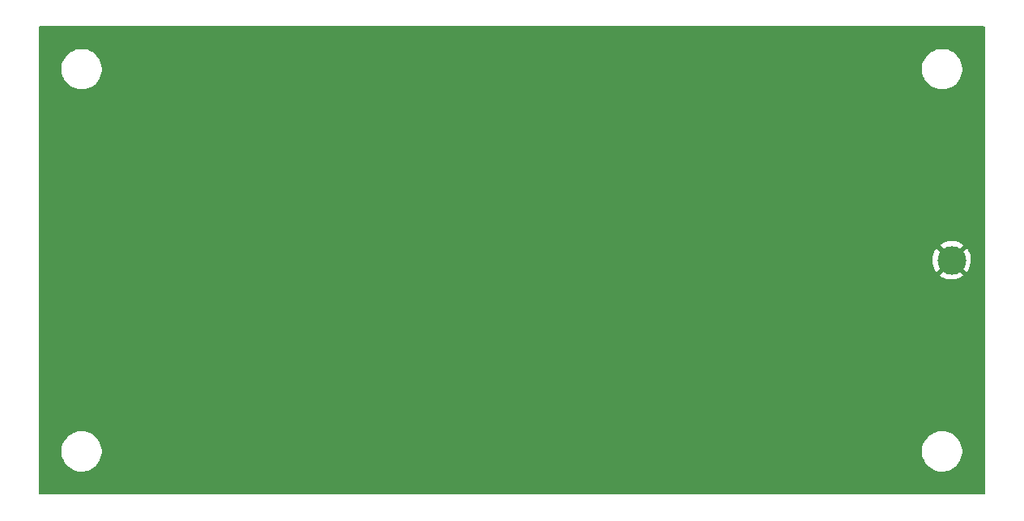
<source format=gbl>
G04 #@! TF.GenerationSoftware,KiCad,Pcbnew,(6.0.10-0)*
G04 #@! TF.CreationDate,2023-01-23T10:06:28+00:00*
G04 #@! TF.ProjectId,Max50x100Plate,4d617835-3078-4313-9030-506c6174652e,rev?*
G04 #@! TF.SameCoordinates,Original*
G04 #@! TF.FileFunction,Copper,L2,Bot*
G04 #@! TF.FilePolarity,Positive*
%FSLAX46Y46*%
G04 Gerber Fmt 4.6, Leading zero omitted, Abs format (unit mm)*
G04 Created by KiCad (PCBNEW (6.0.10-0)) date 2023-01-23 10:06:28*
%MOMM*%
%LPD*%
G01*
G04 APERTURE LIST*
G04 #@! TA.AperFunction,ComponentPad*
%ADD10C,3.000000*%
G04 #@! TD*
G04 APERTURE END LIST*
D10*
X196000000Y-125000000D03*
G04 #@! TA.AperFunction,Conductor*
G36*
X199433621Y-100528502D02*
G01*
X199480114Y-100582158D01*
X199491500Y-100634500D01*
X199491500Y-149365500D01*
X199471498Y-149433621D01*
X199417842Y-149480114D01*
X199365500Y-149491500D01*
X100634500Y-149491500D01*
X100566379Y-149471498D01*
X100519886Y-149417842D01*
X100508500Y-149365500D01*
X100508500Y-145132703D01*
X102890743Y-145132703D01*
X102928268Y-145417734D01*
X103004129Y-145695036D01*
X103116923Y-145959476D01*
X103264561Y-146206161D01*
X103444313Y-146430528D01*
X103652851Y-146628423D01*
X103886317Y-146796186D01*
X103890112Y-146798195D01*
X103890113Y-146798196D01*
X103911869Y-146809715D01*
X104140392Y-146930712D01*
X104410373Y-147029511D01*
X104691264Y-147090755D01*
X104719841Y-147093004D01*
X104914282Y-147108307D01*
X104914291Y-147108307D01*
X104916739Y-147108500D01*
X105072271Y-147108500D01*
X105074407Y-147108354D01*
X105074418Y-147108354D01*
X105282548Y-147094165D01*
X105282554Y-147094164D01*
X105286825Y-147093873D01*
X105291020Y-147093004D01*
X105291022Y-147093004D01*
X105427584Y-147064723D01*
X105568342Y-147035574D01*
X105839343Y-146939607D01*
X106094812Y-146807750D01*
X106098313Y-146805289D01*
X106098317Y-146805287D01*
X106212418Y-146725095D01*
X106330023Y-146642441D01*
X106540622Y-146446740D01*
X106722713Y-146224268D01*
X106872927Y-145979142D01*
X106988483Y-145715898D01*
X107067244Y-145439406D01*
X107107751Y-145154784D01*
X107107845Y-145136951D01*
X107107867Y-145132703D01*
X192890743Y-145132703D01*
X192928268Y-145417734D01*
X193004129Y-145695036D01*
X193116923Y-145959476D01*
X193264561Y-146206161D01*
X193444313Y-146430528D01*
X193652851Y-146628423D01*
X193886317Y-146796186D01*
X193890112Y-146798195D01*
X193890113Y-146798196D01*
X193911869Y-146809715D01*
X194140392Y-146930712D01*
X194410373Y-147029511D01*
X194691264Y-147090755D01*
X194719841Y-147093004D01*
X194914282Y-147108307D01*
X194914291Y-147108307D01*
X194916739Y-147108500D01*
X195072271Y-147108500D01*
X195074407Y-147108354D01*
X195074418Y-147108354D01*
X195282548Y-147094165D01*
X195282554Y-147094164D01*
X195286825Y-147093873D01*
X195291020Y-147093004D01*
X195291022Y-147093004D01*
X195427584Y-147064723D01*
X195568342Y-147035574D01*
X195839343Y-146939607D01*
X196094812Y-146807750D01*
X196098313Y-146805289D01*
X196098317Y-146805287D01*
X196212418Y-146725095D01*
X196330023Y-146642441D01*
X196540622Y-146446740D01*
X196722713Y-146224268D01*
X196872927Y-145979142D01*
X196988483Y-145715898D01*
X197067244Y-145439406D01*
X197107751Y-145154784D01*
X197107845Y-145136951D01*
X197109235Y-144871583D01*
X197109235Y-144871576D01*
X197109257Y-144867297D01*
X197071732Y-144582266D01*
X196995871Y-144304964D01*
X196883077Y-144040524D01*
X196735439Y-143793839D01*
X196555687Y-143569472D01*
X196347149Y-143371577D01*
X196113683Y-143203814D01*
X196091843Y-143192250D01*
X196068654Y-143179972D01*
X195859608Y-143069288D01*
X195589627Y-142970489D01*
X195308736Y-142909245D01*
X195277685Y-142906801D01*
X195085718Y-142891693D01*
X195085709Y-142891693D01*
X195083261Y-142891500D01*
X194927729Y-142891500D01*
X194925593Y-142891646D01*
X194925582Y-142891646D01*
X194717452Y-142905835D01*
X194717446Y-142905836D01*
X194713175Y-142906127D01*
X194708980Y-142906996D01*
X194708978Y-142906996D01*
X194572416Y-142935277D01*
X194431658Y-142964426D01*
X194160657Y-143060393D01*
X193905188Y-143192250D01*
X193901687Y-143194711D01*
X193901683Y-143194713D01*
X193891594Y-143201804D01*
X193669977Y-143357559D01*
X193459378Y-143553260D01*
X193277287Y-143775732D01*
X193127073Y-144020858D01*
X193011517Y-144284102D01*
X192932756Y-144560594D01*
X192892249Y-144845216D01*
X192892227Y-144849505D01*
X192892226Y-144849512D01*
X192890765Y-145128417D01*
X192890743Y-145132703D01*
X107107867Y-145132703D01*
X107109235Y-144871583D01*
X107109235Y-144871576D01*
X107109257Y-144867297D01*
X107071732Y-144582266D01*
X106995871Y-144304964D01*
X106883077Y-144040524D01*
X106735439Y-143793839D01*
X106555687Y-143569472D01*
X106347149Y-143371577D01*
X106113683Y-143203814D01*
X106091843Y-143192250D01*
X106068654Y-143179972D01*
X105859608Y-143069288D01*
X105589627Y-142970489D01*
X105308736Y-142909245D01*
X105277685Y-142906801D01*
X105085718Y-142891693D01*
X105085709Y-142891693D01*
X105083261Y-142891500D01*
X104927729Y-142891500D01*
X104925593Y-142891646D01*
X104925582Y-142891646D01*
X104717452Y-142905835D01*
X104717446Y-142905836D01*
X104713175Y-142906127D01*
X104708980Y-142906996D01*
X104708978Y-142906996D01*
X104572416Y-142935277D01*
X104431658Y-142964426D01*
X104160657Y-143060393D01*
X103905188Y-143192250D01*
X103901687Y-143194711D01*
X103901683Y-143194713D01*
X103891594Y-143201804D01*
X103669977Y-143357559D01*
X103459378Y-143553260D01*
X103277287Y-143775732D01*
X103127073Y-144020858D01*
X103011517Y-144284102D01*
X102932756Y-144560594D01*
X102892249Y-144845216D01*
X102892227Y-144849505D01*
X102892226Y-144849512D01*
X102890765Y-145128417D01*
X102890743Y-145132703D01*
X100508500Y-145132703D01*
X100508500Y-126589654D01*
X194775618Y-126589654D01*
X194782673Y-126599627D01*
X194813679Y-126625551D01*
X194820598Y-126630579D01*
X195045272Y-126771515D01*
X195052807Y-126775556D01*
X195294520Y-126884694D01*
X195302551Y-126887680D01*
X195556832Y-126963002D01*
X195565184Y-126964869D01*
X195827340Y-127004984D01*
X195835874Y-127005700D01*
X196101045Y-127009867D01*
X196109596Y-127009418D01*
X196372883Y-126977557D01*
X196381284Y-126975955D01*
X196637824Y-126908653D01*
X196645926Y-126905926D01*
X196890949Y-126804434D01*
X196898617Y-126800628D01*
X197127598Y-126666822D01*
X197134679Y-126662009D01*
X197214655Y-126599301D01*
X197223125Y-126587442D01*
X197216608Y-126575818D01*
X196012812Y-125372022D01*
X195998868Y-125364408D01*
X195997035Y-125364539D01*
X195990420Y-125368790D01*
X194782910Y-126576300D01*
X194775618Y-126589654D01*
X100508500Y-126589654D01*
X100508500Y-124983204D01*
X193987665Y-124983204D01*
X194002932Y-125247969D01*
X194004005Y-125256470D01*
X194055065Y-125516722D01*
X194057276Y-125524974D01*
X194143184Y-125775894D01*
X194146499Y-125783779D01*
X194265664Y-126020713D01*
X194270020Y-126028079D01*
X194399347Y-126216250D01*
X194409601Y-126224594D01*
X194423342Y-126217448D01*
X195627978Y-125012812D01*
X195634356Y-125001132D01*
X196364408Y-125001132D01*
X196364539Y-125002965D01*
X196368790Y-125009580D01*
X197575730Y-126216520D01*
X197587939Y-126223187D01*
X197599439Y-126214497D01*
X197696831Y-126081913D01*
X197701418Y-126074685D01*
X197827962Y-125841621D01*
X197831530Y-125833827D01*
X197925271Y-125585750D01*
X197927748Y-125577544D01*
X197986954Y-125319038D01*
X197988294Y-125310577D01*
X198012031Y-125044616D01*
X198012277Y-125039677D01*
X198012666Y-125002485D01*
X198012523Y-124997519D01*
X197994362Y-124731123D01*
X197993201Y-124722649D01*
X197939419Y-124462944D01*
X197937120Y-124454709D01*
X197848588Y-124204705D01*
X197845191Y-124196854D01*
X197723550Y-123961178D01*
X197719122Y-123953866D01*
X197600031Y-123784417D01*
X197589509Y-123776037D01*
X197576121Y-123783089D01*
X196372022Y-124987188D01*
X196364408Y-125001132D01*
X195634356Y-125001132D01*
X195635592Y-124998868D01*
X195635461Y-124997035D01*
X195631210Y-124990420D01*
X194423814Y-123783024D01*
X194411804Y-123776466D01*
X194400064Y-123785434D01*
X194291935Y-123935911D01*
X194287418Y-123943196D01*
X194163325Y-124177567D01*
X194159839Y-124185395D01*
X194068700Y-124434446D01*
X194066311Y-124442670D01*
X194009812Y-124701795D01*
X194008563Y-124710250D01*
X193987754Y-124974653D01*
X193987665Y-124983204D01*
X100508500Y-124983204D01*
X100508500Y-123412500D01*
X194776584Y-123412500D01*
X194782980Y-123423770D01*
X195987188Y-124627978D01*
X196001132Y-124635592D01*
X196002965Y-124635461D01*
X196009580Y-124631210D01*
X197216604Y-123424186D01*
X197223795Y-123411017D01*
X197216473Y-123400780D01*
X197169233Y-123362115D01*
X197162261Y-123357160D01*
X196936122Y-123218582D01*
X196928552Y-123214624D01*
X196685704Y-123108022D01*
X196677644Y-123105120D01*
X196422592Y-123032467D01*
X196414214Y-123030685D01*
X196151656Y-122993318D01*
X196143111Y-122992691D01*
X195877908Y-122991302D01*
X195869374Y-122991839D01*
X195606433Y-123026456D01*
X195598035Y-123028149D01*
X195342238Y-123098127D01*
X195334143Y-123100946D01*
X195090199Y-123204997D01*
X195082577Y-123208881D01*
X194855013Y-123345075D01*
X194847981Y-123349962D01*
X194785053Y-123400377D01*
X194776584Y-123412500D01*
X100508500Y-123412500D01*
X100508500Y-105132703D01*
X102890743Y-105132703D01*
X102928268Y-105417734D01*
X103004129Y-105695036D01*
X103116923Y-105959476D01*
X103264561Y-106206161D01*
X103444313Y-106430528D01*
X103652851Y-106628423D01*
X103886317Y-106796186D01*
X103890112Y-106798195D01*
X103890113Y-106798196D01*
X103911869Y-106809715D01*
X104140392Y-106930712D01*
X104410373Y-107029511D01*
X104691264Y-107090755D01*
X104719841Y-107093004D01*
X104914282Y-107108307D01*
X104914291Y-107108307D01*
X104916739Y-107108500D01*
X105072271Y-107108500D01*
X105074407Y-107108354D01*
X105074418Y-107108354D01*
X105282548Y-107094165D01*
X105282554Y-107094164D01*
X105286825Y-107093873D01*
X105291020Y-107093004D01*
X105291022Y-107093004D01*
X105427583Y-107064724D01*
X105568342Y-107035574D01*
X105839343Y-106939607D01*
X106094812Y-106807750D01*
X106098313Y-106805289D01*
X106098317Y-106805287D01*
X106212417Y-106725096D01*
X106330023Y-106642441D01*
X106540622Y-106446740D01*
X106722713Y-106224268D01*
X106872927Y-105979142D01*
X106988483Y-105715898D01*
X107067244Y-105439406D01*
X107107751Y-105154784D01*
X107107845Y-105136951D01*
X107107867Y-105132703D01*
X192890743Y-105132703D01*
X192928268Y-105417734D01*
X193004129Y-105695036D01*
X193116923Y-105959476D01*
X193264561Y-106206161D01*
X193444313Y-106430528D01*
X193652851Y-106628423D01*
X193886317Y-106796186D01*
X193890112Y-106798195D01*
X193890113Y-106798196D01*
X193911869Y-106809715D01*
X194140392Y-106930712D01*
X194410373Y-107029511D01*
X194691264Y-107090755D01*
X194719841Y-107093004D01*
X194914282Y-107108307D01*
X194914291Y-107108307D01*
X194916739Y-107108500D01*
X195072271Y-107108500D01*
X195074407Y-107108354D01*
X195074418Y-107108354D01*
X195282548Y-107094165D01*
X195282554Y-107094164D01*
X195286825Y-107093873D01*
X195291020Y-107093004D01*
X195291022Y-107093004D01*
X195427583Y-107064724D01*
X195568342Y-107035574D01*
X195839343Y-106939607D01*
X196094812Y-106807750D01*
X196098313Y-106805289D01*
X196098317Y-106805287D01*
X196212418Y-106725095D01*
X196330023Y-106642441D01*
X196540622Y-106446740D01*
X196722713Y-106224268D01*
X196872927Y-105979142D01*
X196988483Y-105715898D01*
X197067244Y-105439406D01*
X197107751Y-105154784D01*
X197107845Y-105136951D01*
X197109235Y-104871583D01*
X197109235Y-104871576D01*
X197109257Y-104867297D01*
X197071732Y-104582266D01*
X196995871Y-104304964D01*
X196883077Y-104040524D01*
X196735439Y-103793839D01*
X196555687Y-103569472D01*
X196347149Y-103371577D01*
X196113683Y-103203814D01*
X196091843Y-103192250D01*
X196068654Y-103179972D01*
X195859608Y-103069288D01*
X195589627Y-102970489D01*
X195308736Y-102909245D01*
X195277685Y-102906801D01*
X195085718Y-102891693D01*
X195085709Y-102891693D01*
X195083261Y-102891500D01*
X194927729Y-102891500D01*
X194925593Y-102891646D01*
X194925582Y-102891646D01*
X194717452Y-102905835D01*
X194717446Y-102905836D01*
X194713175Y-102906127D01*
X194708980Y-102906996D01*
X194708978Y-102906996D01*
X194572417Y-102935276D01*
X194431658Y-102964426D01*
X194160657Y-103060393D01*
X193905188Y-103192250D01*
X193901687Y-103194711D01*
X193901683Y-103194713D01*
X193891594Y-103201804D01*
X193669977Y-103357559D01*
X193459378Y-103553260D01*
X193277287Y-103775732D01*
X193127073Y-104020858D01*
X193011517Y-104284102D01*
X192932756Y-104560594D01*
X192892249Y-104845216D01*
X192892227Y-104849505D01*
X192892226Y-104849512D01*
X192890765Y-105128417D01*
X192890743Y-105132703D01*
X107107867Y-105132703D01*
X107109235Y-104871583D01*
X107109235Y-104871576D01*
X107109257Y-104867297D01*
X107071732Y-104582266D01*
X106995871Y-104304964D01*
X106883077Y-104040524D01*
X106735439Y-103793839D01*
X106555687Y-103569472D01*
X106347149Y-103371577D01*
X106113683Y-103203814D01*
X106091843Y-103192250D01*
X106068654Y-103179972D01*
X105859608Y-103069288D01*
X105589627Y-102970489D01*
X105308736Y-102909245D01*
X105277685Y-102906801D01*
X105085718Y-102891693D01*
X105085709Y-102891693D01*
X105083261Y-102891500D01*
X104927729Y-102891500D01*
X104925593Y-102891646D01*
X104925582Y-102891646D01*
X104717452Y-102905835D01*
X104717446Y-102905836D01*
X104713175Y-102906127D01*
X104708980Y-102906996D01*
X104708978Y-102906996D01*
X104572417Y-102935276D01*
X104431658Y-102964426D01*
X104160657Y-103060393D01*
X103905188Y-103192250D01*
X103901687Y-103194711D01*
X103901683Y-103194713D01*
X103891594Y-103201804D01*
X103669977Y-103357559D01*
X103459378Y-103553260D01*
X103277287Y-103775732D01*
X103127073Y-104020858D01*
X103011517Y-104284102D01*
X102932756Y-104560594D01*
X102892249Y-104845216D01*
X102892227Y-104849505D01*
X102892226Y-104849512D01*
X102890765Y-105128417D01*
X102890743Y-105132703D01*
X100508500Y-105132703D01*
X100508500Y-100634500D01*
X100528502Y-100566379D01*
X100582158Y-100519886D01*
X100634500Y-100508500D01*
X199365500Y-100508500D01*
X199433621Y-100528502D01*
G37*
G04 #@! TD.AperFunction*
M02*

</source>
